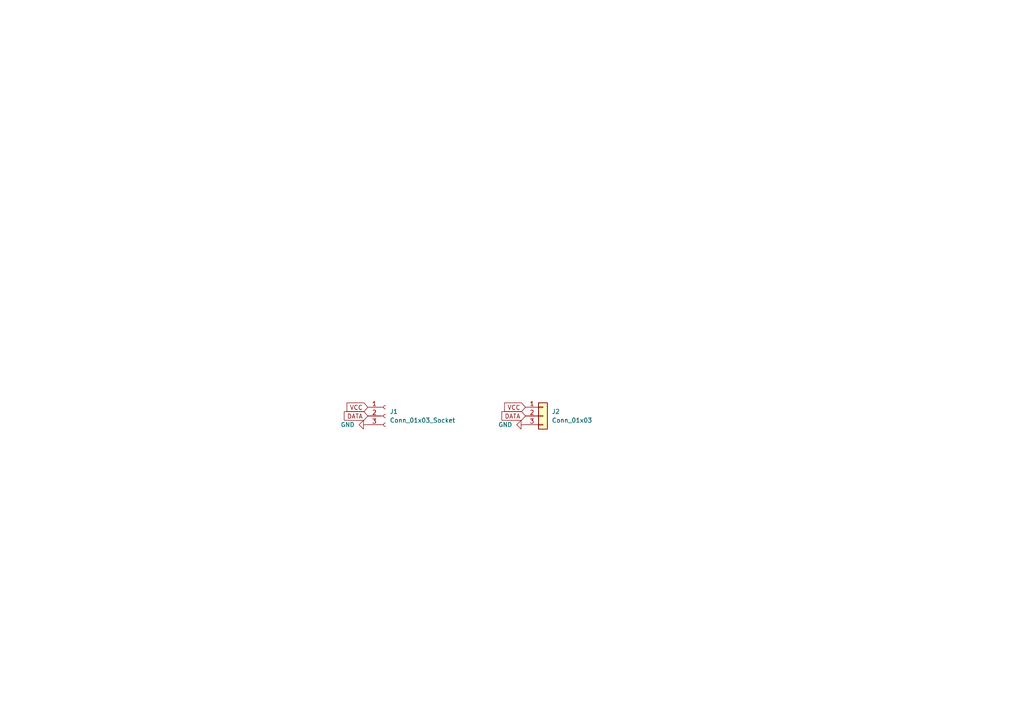
<source format=kicad_sch>
(kicad_sch (version 20250114) (generator "eeschema") (generator_version "9.0")
  (paper "A4")
  (lib_symbols
    (symbol "Connector:Conn_01x03_Socket" (pin_names (offset 1.016) (hide yes))
      (property "Reference" "J" (at 0 5.08 0))
      (property "Value" "Conn_01x03_Socket" (at 0 -5.08 0))
      (symbol "Conn_01x03_Socket_1_1"
        (polyline (pts (xy -1.27 2.54) (xy -0.508 2.54)) (stroke (width 0.1524)))
        (polyline (pts (xy -1.27 0) (xy -0.508 0)) (stroke (width 0.1524)))
        (polyline (pts (xy -1.27 -2.54) (xy -0.508 -2.54)) (stroke (width 0.1524)))
        (arc (start 0 2.032) (mid -0.5058 2.54) (end 0 3.048) (stroke (width 0.1524)))
        (arc (start 0 -0.508) (mid -0.5058 0) (end 0 0.508) (stroke (width 0.1524)))
        (arc (start 0 -3.048) (mid -0.5058 -2.54) (end 0 -2.032) (stroke (width 0.1524)))
        (pin passive line (at -5.08 2.54 0) (length 3.81) (name "Pin_1") (number "1"))
        (pin passive line (at -5.08 0 0) (length 3.81) (name "Pin_2") (number "2"))
        (pin passive line (at -5.08 -2.54 0) (length 3.81) (name "Pin_3") (number "3"))
      )
    )
    (symbol "Connector_Generic:Conn_01x03" (pin_names (offset 1.016) (hide yes))
      (property "Reference" "J" (at 0 5.08 0))
      (property "Value" "Conn_01x03" (at 0 -5.08 0))
      (symbol "Conn_01x03_1_1"
        (rectangle (start -1.27 3.81) (end 1.27 -3.81) (stroke (width 0.254)) (fill (type background)))
        (rectangle (start -1.27 2.667) (end 0 2.413) (stroke (width 0.1524)))
        (rectangle (start -1.27 0.127) (end 0 -0.127) (stroke (width 0.1524)))
        (rectangle (start -1.27 -2.413) (end 0 -2.667) (stroke (width 0.1524)))
        (pin passive line (at -5.08 2.54 0) (length 3.81) (name "Pin_1") (number "1"))
        (pin passive line (at -5.08 0 0) (length 3.81) (name "Pin_2") (number "2"))
        (pin passive line (at -5.08 -2.54 0) (length 3.81) (name "Pin_3") (number "3"))
      )
    )
    (symbol "power:GND" (power) (pin_numbers (hide yes)) (pin_names (offset 0) (hide yes))
      (property "Value" "GND" (at 0 -3.81 0))
      (symbol "GND_0_1"
        (polyline (pts (xy 0 0) (xy 0 -1.27) (xy 1.27 -1.27) (xy 0 -2.54) (xy -1.27 -1.27) (xy 0 -1.27)))
      )
      (symbol "GND_1_1"
        (pin power_in line (at 0 0 270) (length 0) (name "~") (number "1"))
      )
    )
  )
  (global_label "VCC" (shape input) (at 152.4 118.11 180) (property "Intersheetrefs" "${INTERSHEET_REFS}" (effects (hide yes))))
  (global_label "DATA" (shape input) (at 106.68 120.65 180) (property "Intersheetrefs" "${INTERSHEET_REFS}" (effects (hide yes))))
  (global_label "DATA" (shape input) (at 152.4 120.65 180) (property "Intersheetrefs" "${INTERSHEET_REFS}" (effects (hide yes))))
  (global_label "VCC" (shape input) (at 106.68 118.11 180) (property "Intersheetrefs" "${INTERSHEET_REFS}" (effects (hide yes))))
  (symbol (lib_id "power:GND") (at 152.4 123.19 270) (unit 1)
    (property "Reference" "#PWR02" (effects (hide yes)))
    (property "Value" "GND" (at 148.59 123.1899 90) (effects (justify right)))
    (property "Description" "Power symbol creates a global label with name \"GND\" , ground" (effects (hide yes)))
  )
  (symbol (lib_id "Connector:Conn_01x03_Socket") (at 111.76 120.65 0) (unit 1)
    (property "Reference" "J1" (at 113.03 119.3799 0) (effects (justify left)))
    (property "Value" "Conn_01x03_Socket" (at 113.03 121.9199 0) (effects (justify left)))
    (property "Footprint" "Connector_PinSocket_2.54mm:PinSocket_1x03_P2.54mm_Vertical" (effects (hide yes)))
    (property "Description" "Generic connector, single row, 01x03, script generated" (effects (hide yes)))
  )
  (symbol (lib_id "Connector_Generic:Conn_01x03") (at 157.48 120.65 0) (unit 1)
    (property "Reference" "J2" (at 160.02 119.3799 0) (effects (justify left)))
    (property "Value" "Conn_01x03" (at 160.02 121.9199 0) (effects (justify left)))
    (property "Footprint" "Connector_JST:JST_XH_S3B-XH-A_1x03_P2.50mm_Horizontal" (effects (hide yes)))
    (property "Description" "Generic connector, single row, 01x03, script generated (kicad-library-utils/schlib/autogen/connector/)" (effects (hide yes)))
  )
  (symbol (lib_id "power:GND") (at 106.68 123.19 270) (unit 1)
    (property "Reference" "#PWR01" (effects (hide yes)))
    (property "Value" "GND" (at 102.87 123.1899 90) (effects (justify right)))
    (property "Description" "Power symbol creates a global label with name \"GND\" , ground" (effects (hide yes)))
  )
)
</source>
